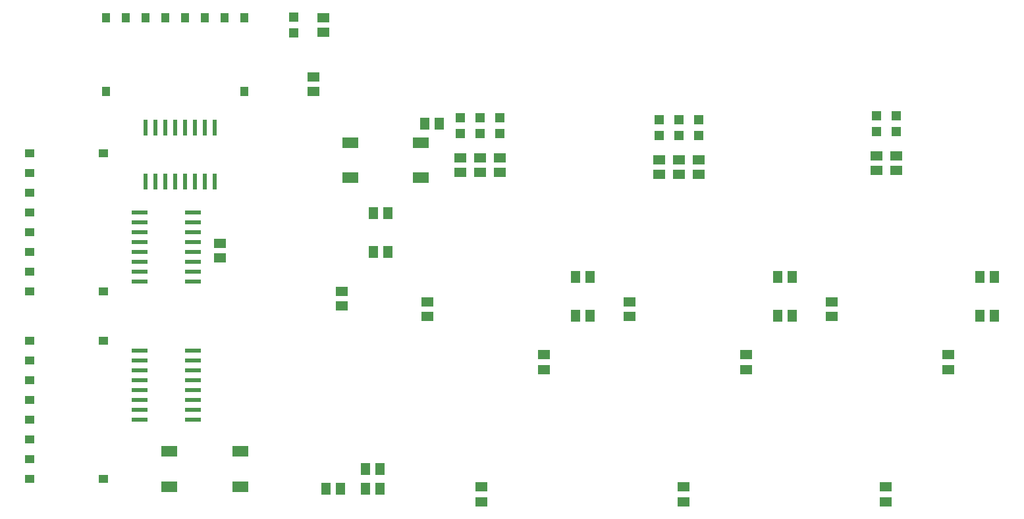
<source format=gbr>
G04 EAGLE Gerber RS-274X export*
G75*
%MOMM*%
%FSLAX34Y34*%
%LPD*%
%INSolderpaste Top*%
%IPPOS*%
%AMOC8*
5,1,8,0,0,1.08239X$1,22.5*%
G01*
%ADD10R,1.300000X1.500000*%
%ADD11R,1.500000X1.300000*%
%ADD12R,1.200000X1.200000*%
%ADD13R,1.300000X1.600000*%
%ADD14R,1.600000X1.300000*%
%ADD15R,2.100000X1.400000*%
%ADD16R,1.300000X1.100000*%
%ADD17R,2.000000X0.630000*%
%ADD18R,1.100000X1.300000*%
%ADD19R,0.630000X2.000000*%


D10*
X470500Y520000D03*
X489500Y520000D03*
X536600Y635000D03*
X555600Y635000D03*
D11*
X393700Y695300D03*
X393700Y676300D03*
D10*
X470500Y470000D03*
X489500Y470000D03*
X1250500Y438100D03*
X1269500Y438100D03*
X1250500Y388100D03*
X1269500Y388100D03*
D12*
X368300Y751500D03*
X368300Y772500D03*
D13*
X428600Y165100D03*
X409600Y165100D03*
D11*
X406400Y752500D03*
X406400Y771500D03*
D14*
X1130000Y148600D03*
X1130000Y167600D03*
X870000Y148600D03*
X870000Y167600D03*
D10*
X990500Y438100D03*
X1009500Y438100D03*
X990500Y388100D03*
X1009500Y388100D03*
D14*
X610000Y148600D03*
X610000Y167600D03*
D10*
X730500Y438100D03*
X749500Y438100D03*
X730500Y388100D03*
X749500Y388100D03*
D14*
X1143000Y574700D03*
X1143000Y593700D03*
D12*
X1143000Y645500D03*
X1143000Y624500D03*
D14*
X889000Y569620D03*
X889000Y588620D03*
D12*
X889000Y640420D03*
X889000Y619420D03*
D14*
X633730Y572160D03*
X633730Y591160D03*
D12*
X633730Y642960D03*
X633730Y621960D03*
D14*
X1117600Y574700D03*
X1117600Y593700D03*
D12*
X1117600Y645500D03*
X1117600Y624500D03*
D14*
X863600Y569620D03*
X863600Y588620D03*
D12*
X863600Y640420D03*
X863600Y619420D03*
D14*
X608330Y572160D03*
X608330Y591160D03*
D12*
X608330Y642960D03*
X608330Y621960D03*
D14*
X838200Y569620D03*
X838200Y588620D03*
D12*
X838200Y640420D03*
X838200Y619420D03*
D14*
X582930Y572160D03*
X582930Y591160D03*
D12*
X582930Y642960D03*
X582930Y621960D03*
D10*
X460400Y165100D03*
X479400Y165100D03*
X460400Y190500D03*
X479400Y190500D03*
D15*
X531910Y565510D03*
X440910Y565510D03*
X531910Y610510D03*
X440910Y610510D03*
D16*
X28700Y177800D03*
X28700Y203200D03*
X28700Y228600D03*
X28700Y254000D03*
X28700Y279400D03*
X28700Y304800D03*
X28700Y330200D03*
X28700Y355600D03*
X123700Y177800D03*
X123700Y355600D03*
D17*
X170180Y342900D03*
X170180Y330200D03*
X170180Y317500D03*
X170180Y304800D03*
X170180Y292100D03*
X170180Y279400D03*
X170180Y266700D03*
X170180Y254000D03*
X239180Y254000D03*
X239180Y266700D03*
X239180Y279400D03*
X239180Y292100D03*
X239180Y304800D03*
X239180Y317500D03*
X239180Y330200D03*
X239180Y342900D03*
D16*
X28700Y419100D03*
X28700Y444500D03*
X28700Y469900D03*
X28700Y495300D03*
X28700Y520700D03*
X28700Y546100D03*
X28700Y571500D03*
X28700Y596900D03*
X123700Y419100D03*
X123700Y596900D03*
D17*
X170180Y520700D03*
X170180Y508000D03*
X170180Y495300D03*
X170180Y482600D03*
X170180Y469900D03*
X170180Y457200D03*
X170180Y444500D03*
X170180Y431800D03*
X239180Y431800D03*
X239180Y444500D03*
X239180Y457200D03*
X239180Y469900D03*
X239180Y482600D03*
X239180Y495300D03*
X239180Y508000D03*
X239180Y520700D03*
D18*
X127000Y771400D03*
X152400Y771400D03*
X177800Y771400D03*
X203200Y771400D03*
X228600Y771400D03*
X254000Y771400D03*
X279400Y771400D03*
X304800Y771400D03*
X127000Y676400D03*
X304800Y676400D03*
D19*
X266700Y629920D03*
X254000Y629920D03*
X241300Y629920D03*
X228600Y629920D03*
X215900Y629920D03*
X203200Y629920D03*
X190500Y629920D03*
X177800Y629920D03*
X177800Y560920D03*
X190500Y560920D03*
X203200Y560920D03*
X215900Y560920D03*
X228600Y560920D03*
X241300Y560920D03*
X254000Y560920D03*
X266700Y560920D03*
D11*
X273650Y481200D03*
X273650Y462200D03*
X950000Y337600D03*
X950000Y318600D03*
X1210000Y337600D03*
X1210000Y318600D03*
X690000Y337600D03*
X690000Y318600D03*
X1060000Y405600D03*
X1060000Y386600D03*
X430000Y419500D03*
X430000Y400500D03*
X800000Y405600D03*
X800000Y386600D03*
X540000Y405600D03*
X540000Y386600D03*
D15*
X299500Y168000D03*
X208500Y168000D03*
X299500Y213000D03*
X208500Y213000D03*
M02*

</source>
